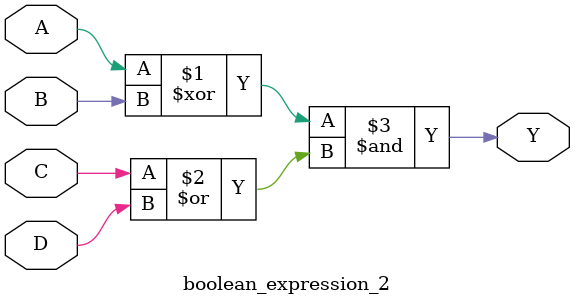
<source format=sv>
`timescale 1ns / 1ps
module boolean_expression_2(A, B, C, D, Y);
    input  A, B, C, D;
    output Y;
  
assign Y = (A ^ B) & (C | D);
endmodule

</source>
